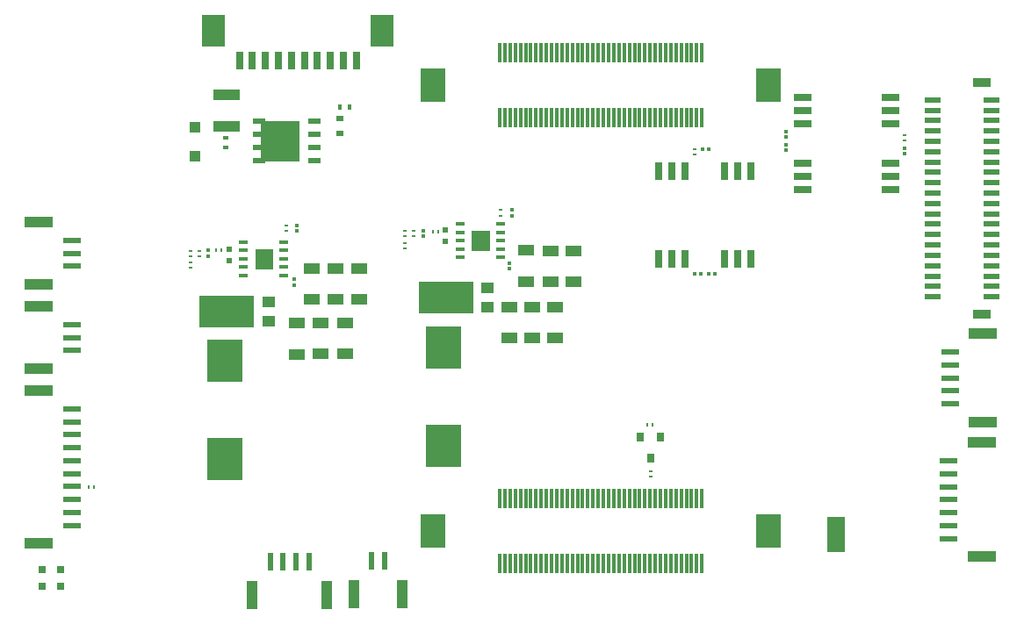
<source format=gbr>
%TF.GenerationSoftware,KiCad,Pcbnew,(5.1.8)-1*%
%TF.CreationDate,2021-06-12T11:00:54-04:00*%
%TF.ProjectId,pixc4-jetson-universal-carrier,70697863-342d-46a6-9574-736f6e2d756e,rev?*%
%TF.SameCoordinates,Original*%
%TF.FileFunction,Paste,Top*%
%TF.FilePolarity,Positive*%
%FSLAX46Y46*%
G04 Gerber Fmt 4.6, Leading zero omitted, Abs format (unit mm)*
G04 Created by KiCad (PCBNEW (5.1.8)-1) date 2021-06-12 11:00:54*
%MOMM*%
%LPD*%
G01*
G04 APERTURE LIST*
%ADD10C,0.010000*%
%ADD11R,3.500001X4.099999*%
%ADD12R,3.500000X4.100000*%
%ADD13R,2.450000X3.200000*%
%ADD14R,0.300000X1.900000*%
%ADD15R,1.800000X0.600000*%
%ADD16R,2.800000X1.000000*%
%ADD17R,0.280000X0.430000*%
%ADD18R,1.800000X0.850000*%
%ADD19R,1.600000X0.600000*%
%ADD20R,0.400000X0.600000*%
%ADD21R,0.430000X0.280000*%
%ADD22R,0.600000X0.400000*%
%ADD23R,3.750000X3.910000*%
%ADD24R,1.270000X0.610000*%
%ADD25R,0.800000X1.700000*%
%ADD26R,2.200000X3.100000*%
%ADD27R,0.700000X0.600000*%
%ADD28R,1.100000X1.100000*%
%ADD29R,2.500000X1.000000*%
%ADD30R,0.800000X0.900000*%
%ADD31R,1.143000X0.990600*%
%ADD32R,5.207000X3.098800*%
%ADD33R,0.860000X0.320000*%
%ADD34R,1.714500X0.762000*%
%ADD35R,0.762000X1.714500*%
%ADD36R,1.800000X3.400000*%
%ADD37R,0.600000X1.800000*%
%ADD38R,1.000000X2.800000*%
%ADD39R,0.800000X0.800000*%
%ADD40R,1.600000X1.000000*%
%ADD41R,0.350000X0.300000*%
%ADD42R,0.500000X0.600000*%
%ADD43R,0.300000X0.350000*%
G04 APERTURE END LIST*
D10*
%TO.C,U4*%
G36*
X76318960Y-103944460D02*
G01*
X74678960Y-103944460D01*
X74678960Y-102044460D01*
X76318960Y-102044460D01*
X76318960Y-103944460D01*
G37*
X76318960Y-103944460D02*
X74678960Y-103944460D01*
X74678960Y-102044460D01*
X76318960Y-102044460D01*
X76318960Y-103944460D01*
%TO.C,U3*%
G36*
X97202840Y-102194400D02*
G01*
X95562840Y-102194400D01*
X95562840Y-100294400D01*
X97202840Y-100294400D01*
X97202840Y-102194400D01*
G37*
X97202840Y-102194400D02*
X95562840Y-102194400D01*
X95562840Y-100294400D01*
X97202840Y-100294400D01*
X97202840Y-102194400D01*
%TD*%
D11*
%TO.C,L1*%
X92831920Y-121054060D03*
D12*
X92831920Y-111554060D03*
%TD*%
D11*
%TO.C,L2*%
X71744840Y-122306480D03*
D12*
X71744840Y-112806480D03*
%TD*%
D13*
%TO.C,J5*%
X124175000Y-86250000D03*
X91825000Y-86250000D03*
D14*
X117750000Y-83100000D03*
X117250000Y-83100000D03*
X116750000Y-83100000D03*
X116250000Y-83100000D03*
X115750000Y-83100000D03*
X115250000Y-83100000D03*
X114750000Y-83100000D03*
X114250000Y-83100000D03*
X113750000Y-83100000D03*
X113250000Y-83100000D03*
X112750000Y-83100000D03*
X112250000Y-83100000D03*
X111750000Y-83100000D03*
X111250000Y-83100000D03*
X110750000Y-83100000D03*
X110250000Y-83100000D03*
X109750000Y-83100000D03*
X109250000Y-83100000D03*
X108750000Y-83100000D03*
X108250000Y-83100000D03*
X107750000Y-83100000D03*
X107250000Y-83100000D03*
X106750000Y-83100000D03*
X106250000Y-83100000D03*
X105750000Y-83100000D03*
X105250000Y-83100000D03*
X104750000Y-83100000D03*
X104250000Y-83100000D03*
X103750000Y-83100000D03*
X103250000Y-83100000D03*
X102750000Y-83100000D03*
X102250000Y-83100000D03*
X101750000Y-83100000D03*
X101250000Y-83100000D03*
X100750000Y-83100000D03*
X100250000Y-83100000D03*
X99750000Y-83100000D03*
X99250000Y-83100000D03*
X98750000Y-83100000D03*
X98250000Y-83100000D03*
X117750000Y-89400000D03*
X117250000Y-89400000D03*
X116750000Y-89400000D03*
X116250000Y-89400000D03*
X115750000Y-89400000D03*
X115250000Y-89400000D03*
X114750000Y-89400000D03*
X114250000Y-89400000D03*
X113750000Y-89400000D03*
X113250000Y-89400000D03*
X112750000Y-89400000D03*
X112250000Y-89400000D03*
X111750000Y-89400000D03*
X111250000Y-89400000D03*
X110750000Y-89400000D03*
X110250000Y-89400000D03*
X109750000Y-89400000D03*
X109250000Y-89400000D03*
X108750000Y-89400000D03*
X108250000Y-89400000D03*
X107750000Y-89400000D03*
X107250000Y-89400000D03*
X106750000Y-89400000D03*
X106250000Y-89400000D03*
X105750000Y-89400000D03*
X105250000Y-89400000D03*
X104750000Y-89400000D03*
X104250000Y-89400000D03*
X103750000Y-89400000D03*
X103250000Y-89400000D03*
X102750000Y-89400000D03*
X102250000Y-89400000D03*
X101750000Y-89400000D03*
X101250000Y-89400000D03*
X100750000Y-89400000D03*
X100250000Y-89400000D03*
X99750000Y-89400000D03*
X99250000Y-89400000D03*
X98750000Y-89400000D03*
X98250000Y-89400000D03*
%TD*%
D13*
%TO.C,J6*%
X124175000Y-129250000D03*
X91825000Y-129250000D03*
D14*
X117750000Y-126100000D03*
X117250000Y-126100000D03*
X116750000Y-126100000D03*
X116250000Y-126100000D03*
X115750000Y-126100000D03*
X115250000Y-126100000D03*
X114750000Y-126100000D03*
X114250000Y-126100000D03*
X113750000Y-126100000D03*
X113250000Y-126100000D03*
X112750000Y-126100000D03*
X112250000Y-126100000D03*
X111750000Y-126100000D03*
X111250000Y-126100000D03*
X110750000Y-126100000D03*
X110250000Y-126100000D03*
X109750000Y-126100000D03*
X109250000Y-126100000D03*
X108750000Y-126100000D03*
X108250000Y-126100000D03*
X107750000Y-126100000D03*
X107250000Y-126100000D03*
X106750000Y-126100000D03*
X106250000Y-126100000D03*
X105750000Y-126100000D03*
X105250000Y-126100000D03*
X104750000Y-126100000D03*
X104250000Y-126100000D03*
X103750000Y-126100000D03*
X103250000Y-126100000D03*
X102750000Y-126100000D03*
X102250000Y-126100000D03*
X101750000Y-126100000D03*
X101250000Y-126100000D03*
X100750000Y-126100000D03*
X100250000Y-126100000D03*
X99750000Y-126100000D03*
X99250000Y-126100000D03*
X98750000Y-126100000D03*
X98250000Y-126100000D03*
X117750000Y-132400000D03*
X117250000Y-132400000D03*
X116750000Y-132400000D03*
X116250000Y-132400000D03*
X115750000Y-132400000D03*
X115250000Y-132400000D03*
X114750000Y-132400000D03*
X114250000Y-132400000D03*
X113750000Y-132400000D03*
X113250000Y-132400000D03*
X112750000Y-132400000D03*
X112250000Y-132400000D03*
X111750000Y-132400000D03*
X111250000Y-132400000D03*
X110750000Y-132400000D03*
X110250000Y-132400000D03*
X109750000Y-132400000D03*
X109250000Y-132400000D03*
X108750000Y-132400000D03*
X108250000Y-132400000D03*
X107750000Y-132400000D03*
X107250000Y-132400000D03*
X106750000Y-132400000D03*
X106250000Y-132400000D03*
X105750000Y-132400000D03*
X105250000Y-132400000D03*
X104750000Y-132400000D03*
X104250000Y-132400000D03*
X103750000Y-132400000D03*
X103250000Y-132400000D03*
X102750000Y-132400000D03*
X102250000Y-132400000D03*
X101750000Y-132400000D03*
X101250000Y-132400000D03*
X100750000Y-132400000D03*
X100250000Y-132400000D03*
X99750000Y-132400000D03*
X99250000Y-132400000D03*
X98750000Y-132400000D03*
X98250000Y-132400000D03*
%TD*%
D15*
%TO.C,J19*%
X141650920Y-116990500D03*
X141650920Y-115740500D03*
X141650920Y-114490500D03*
X141650920Y-113240500D03*
X141650920Y-111990500D03*
D16*
X144850920Y-110240500D03*
X144850920Y-118740500D03*
%TD*%
D15*
%TO.C,J16*%
X57027680Y-109349980D03*
X57027680Y-110599980D03*
X57027680Y-111849980D03*
D16*
X53827680Y-113599980D03*
X53827680Y-107599980D03*
%TD*%
D17*
%TO.C,R19*%
X58623200Y-124993400D03*
X59143200Y-124993400D03*
%TD*%
D18*
%TO.C,J15*%
X144694360Y-85979940D03*
X144694360Y-108329940D03*
D19*
X145694360Y-106654940D03*
X139994360Y-106654940D03*
X145694360Y-105654940D03*
X139994360Y-105654940D03*
X145694360Y-104654940D03*
X139994360Y-104654940D03*
X145694360Y-103654940D03*
X139994360Y-103654940D03*
X145694360Y-102654940D03*
X139994360Y-102654940D03*
X145694360Y-101654940D03*
X139994360Y-101654940D03*
X145694360Y-100654940D03*
X139994360Y-100654940D03*
X145694360Y-99654940D03*
X139994360Y-99654940D03*
X145694360Y-98654940D03*
X139994360Y-98654940D03*
X145694360Y-97654940D03*
X139994360Y-97654940D03*
X145694360Y-96654940D03*
X139994360Y-96654940D03*
X145694360Y-95654940D03*
X139994360Y-95654940D03*
X145694360Y-94654940D03*
X139994360Y-94654940D03*
X145694360Y-93654940D03*
X139994360Y-93654940D03*
X145694360Y-92654940D03*
X139994360Y-92654940D03*
X145694360Y-91654940D03*
X139994360Y-91654940D03*
X145694360Y-90654940D03*
X139994360Y-90654940D03*
X145694360Y-89654940D03*
X139994360Y-89654940D03*
X145694360Y-88654940D03*
X139994360Y-88654940D03*
X145694360Y-87654940D03*
X139994360Y-87654940D03*
%TD*%
D20*
%TO.C,R18*%
X82856500Y-88379300D03*
X83756500Y-88379300D03*
%TD*%
D21*
%TO.C,R12*%
X89979500Y-100298600D03*
X89979500Y-100818600D03*
%TD*%
%TO.C,R11*%
X89090500Y-100824600D03*
X89090500Y-100304600D03*
%TD*%
%TO.C,R10*%
X89090500Y-101980300D03*
X89090500Y-101460300D03*
%TD*%
D22*
%TO.C,R5*%
X71869300Y-92251100D03*
X71869300Y-91351100D03*
%TD*%
D23*
%TO.C,Q2*%
X77076700Y-91630500D03*
D24*
X75066700Y-93535500D03*
X75066700Y-92265500D03*
X75066700Y-90995500D03*
X75066700Y-89725500D03*
X80406700Y-89725500D03*
X80406700Y-90995500D03*
X80406700Y-92265500D03*
X80406700Y-93535500D03*
%TD*%
D15*
%TO.C,J25*%
X141539160Y-129980380D03*
X141539160Y-128730380D03*
X141539160Y-127480380D03*
X141539160Y-126230380D03*
X141539160Y-124980380D03*
X141539160Y-123730380D03*
X141539160Y-122480380D03*
D16*
X144739160Y-120730380D03*
X144739160Y-131730380D03*
%TD*%
D15*
%TO.C,J20*%
X57027680Y-117464160D03*
X57027680Y-118714160D03*
X57027680Y-119964160D03*
X57027680Y-121214160D03*
X57027680Y-122464160D03*
X57027680Y-123714160D03*
X57027680Y-124964160D03*
X57027680Y-126214160D03*
X57027680Y-127464160D03*
X57027680Y-128714160D03*
D16*
X53827680Y-130439160D03*
X53827680Y-115739160D03*
%TD*%
D15*
%TO.C,J13*%
X57027680Y-101210800D03*
X57027680Y-102460800D03*
X57027680Y-103710800D03*
D16*
X53827680Y-105460800D03*
X53827680Y-99460800D03*
%TD*%
D25*
%TO.C,J10*%
X84415800Y-83893320D03*
X83165800Y-83893320D03*
X81915800Y-83893320D03*
X80665800Y-83893320D03*
X79415800Y-83893320D03*
X78165800Y-83893320D03*
X76915800Y-83893320D03*
X75665800Y-83893320D03*
X74415800Y-83893320D03*
X73165800Y-83893320D03*
D26*
X86915800Y-80993320D03*
X70665800Y-80993320D03*
%TD*%
D27*
%TO.C,D6*%
X82854800Y-89470000D03*
X82854800Y-90870000D03*
%TD*%
D28*
%TO.C,D1*%
X68834000Y-93081300D03*
X68834000Y-90281300D03*
%TD*%
D29*
%TO.C,C9*%
X71920100Y-90209500D03*
X71920100Y-87209500D03*
%TD*%
D21*
%TO.C,R2*%
X112801400Y-123980860D03*
X112801400Y-123460860D03*
%TD*%
D17*
%TO.C,R1*%
X113004600Y-119011700D03*
X112484600Y-119011700D03*
%TD*%
D30*
%TO.C,Q1*%
X113726000Y-120199400D03*
X111826000Y-120199400D03*
X112776000Y-122199400D03*
%TD*%
D31*
%TO.C,D2*%
X97038160Y-105793019D03*
X97038160Y-107633021D03*
D32*
X93050360Y-106713020D03*
%TD*%
D31*
%TO.C,D3*%
X75948540Y-107151398D03*
X75948540Y-108991400D03*
D32*
X71960740Y-108071399D03*
%TD*%
D33*
%TO.C,U4*%
X73563960Y-104594460D03*
X73563960Y-103794460D03*
X73563960Y-102994460D03*
X73563960Y-102194460D03*
X73563960Y-101394460D03*
X77433960Y-101394460D03*
X77433960Y-102194460D03*
X77433960Y-102994460D03*
X77433960Y-103794460D03*
X77433960Y-104594460D03*
%TD*%
%TO.C,U3*%
X94447840Y-102844400D03*
X94447840Y-102044400D03*
X94447840Y-101244400D03*
X94447840Y-100444400D03*
X94447840Y-99644400D03*
X98317840Y-99644400D03*
X98317840Y-100444400D03*
X98317840Y-101244400D03*
X98317840Y-102044400D03*
X98317840Y-102844400D03*
%TD*%
D34*
%TO.C,U2*%
X135910320Y-87396320D03*
X135910320Y-88666320D03*
X135910320Y-89936320D03*
X135910320Y-95016320D03*
X135910320Y-93746320D03*
X135910320Y-96286320D03*
X127464820Y-96286320D03*
X127464820Y-93746320D03*
X127464820Y-89936320D03*
X127464820Y-88666320D03*
X127464820Y-87396320D03*
X127464820Y-95016320D03*
%TD*%
D35*
%TO.C,U1*%
X113565940Y-94569280D03*
X114835940Y-94569280D03*
X116105940Y-94569280D03*
X121185940Y-94569280D03*
X119915940Y-94569280D03*
X122455940Y-94569280D03*
X122455940Y-103014780D03*
X119915940Y-103014780D03*
X116105940Y-103014780D03*
X114835940Y-103014780D03*
X113565940Y-103014780D03*
X121185940Y-103014780D03*
%TD*%
D36*
%TO.C,TP1*%
X130708400Y-129616200D03*
%TD*%
D21*
%TO.C,R15*%
X69331840Y-102202680D03*
X69331840Y-102722680D03*
%TD*%
%TO.C,R14*%
X68442840Y-102734680D03*
X68442840Y-102214680D03*
%TD*%
%TO.C,R13*%
X68442840Y-103840280D03*
X68442840Y-103320280D03*
%TD*%
%TO.C,R9*%
X77688440Y-99815080D03*
X77688440Y-100335080D03*
%TD*%
D17*
%TO.C,R7*%
X70875240Y-102163880D03*
X71395240Y-102163880D03*
%TD*%
D21*
%TO.C,R8*%
X98374200Y-98299620D03*
X98374200Y-98819620D03*
%TD*%
D17*
%TO.C,R6*%
X91777820Y-100403660D03*
X92297820Y-100403660D03*
%TD*%
D21*
%TO.C,R4*%
X137299700Y-91592400D03*
X137299700Y-91072400D03*
%TD*%
%TO.C,R3*%
X117005100Y-92411900D03*
X117005100Y-92931900D03*
%TD*%
D37*
%TO.C,J12*%
X76123320Y-132189420D03*
X77373320Y-132189420D03*
X78623320Y-132189420D03*
X79873320Y-132189420D03*
D38*
X81598320Y-135389420D03*
X74398320Y-135389420D03*
%TD*%
D37*
%TO.C,J11*%
X85910420Y-132168900D03*
X87160420Y-132168900D03*
D38*
X88885420Y-135368900D03*
X84185420Y-135368900D03*
%TD*%
D39*
%TO.C,D5*%
X55956200Y-132981900D03*
X55956200Y-134581900D03*
%TD*%
%TO.C,D4*%
X54114700Y-133007300D03*
X54114700Y-134607300D03*
%TD*%
D40*
%TO.C,C27*%
X83309460Y-112180500D03*
X83309460Y-109180500D03*
%TD*%
%TO.C,C25*%
X80995520Y-112181900D03*
X80995520Y-109181900D03*
%TD*%
%TO.C,C23*%
X78712060Y-112194600D03*
X78712060Y-109194600D03*
%TD*%
D41*
%TO.C,C21*%
X78475840Y-105543280D03*
X78475840Y-104983280D03*
%TD*%
D42*
%TO.C,C19*%
X72151240Y-102105280D03*
X72151240Y-103205280D03*
%TD*%
D41*
%TO.C,C17*%
X70170040Y-102189280D03*
X70170040Y-102749280D03*
%TD*%
%TO.C,C15*%
X78653640Y-100309680D03*
X78653640Y-99749680D03*
%TD*%
D40*
%TO.C,C13*%
X84703920Y-103931720D03*
X84703920Y-106931720D03*
%TD*%
%TO.C,C11*%
X82443320Y-103906320D03*
X82443320Y-106906320D03*
%TD*%
%TO.C,C8*%
X80159860Y-103906060D03*
X80159860Y-106906060D03*
%TD*%
%TO.C,C26*%
X103571040Y-110644940D03*
X103571040Y-107644940D03*
%TD*%
%TO.C,C24*%
X101394260Y-110647740D03*
X101394260Y-107647740D03*
%TD*%
%TO.C,C22*%
X99181920Y-110632500D03*
X99181920Y-107632500D03*
%TD*%
D41*
%TO.C,C20*%
X99204780Y-103950700D03*
X99204780Y-103390700D03*
%TD*%
D42*
%TO.C,C18*%
X93037660Y-100225860D03*
X93037660Y-101325860D03*
%TD*%
D41*
%TO.C,C16*%
X90896440Y-100268440D03*
X90896440Y-100828440D03*
%TD*%
%TO.C,C14*%
X99415600Y-98839020D03*
X99415600Y-98279020D03*
%TD*%
D40*
%TO.C,C12*%
X100777040Y-102194100D03*
X100777040Y-105194100D03*
%TD*%
%TO.C,C10*%
X103126540Y-102232200D03*
X103126540Y-105232200D03*
%TD*%
%TO.C,C7*%
X105387140Y-102232200D03*
X105387140Y-105232200D03*
%TD*%
D41*
%TO.C,C6*%
X137302240Y-92308080D03*
X137302240Y-92868080D03*
%TD*%
D43*
%TO.C,C5*%
X117829400Y-92430600D03*
X118389400Y-92430600D03*
%TD*%
D41*
%TO.C,C4*%
X125844300Y-92520700D03*
X125844300Y-91960700D03*
%TD*%
D43*
%TO.C,C3*%
X118964640Y-104482900D03*
X118404640Y-104482900D03*
%TD*%
D41*
%TO.C,C2*%
X125831600Y-90689500D03*
X125831600Y-91249500D03*
%TD*%
D43*
%TO.C,C1*%
X117052160Y-104482900D03*
X117612160Y-104482900D03*
%TD*%
M02*

</source>
